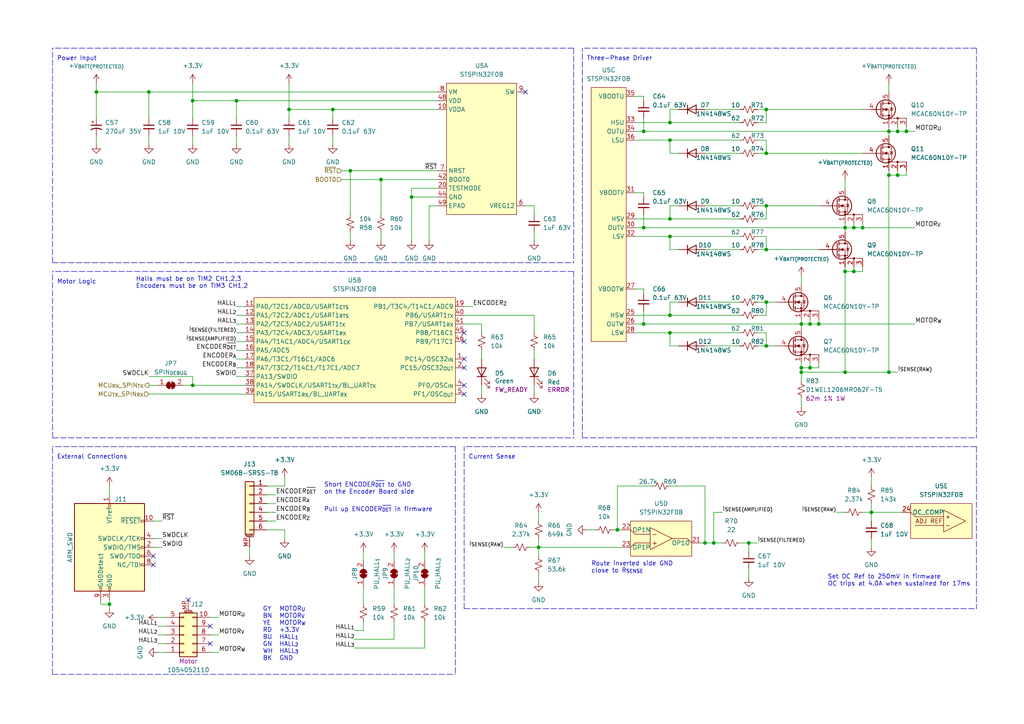
<source format=kicad_sch>
(kicad_sch (version 20230121) (generator eeschema)
  (paper "A4")
  (title_block (title "Control") (date "2023-02-21") (rev "1.0.0") (company "The A-Team (RC SSL)") (comment 1 "W. Stuckey & R. Osawa"))
  (junction (at 237.49 93.98))
  (junction (at 222.25 31.75))
  (junction (at 156.21 158.75))
  (junction (at 194.31 96.52))
  (junction (at 186.69 93.98))
  (junction (at 186.69 38.1))
  (junction (at 222.25 59.69))
  (junction (at 222.25 100.33))
  (junction (at 245.11 66.04))
  (junction (at 232.41 107.95))
  (junction (at 222.25 72.39))
  (junction (at 234.95 106.68))
  (junction (at 110.49 52.07))
  (junction (at 234.95 93.98))
  (junction (at 194.31 68.58))
  (junction (at 257.81 38.1))
  (junction (at 194.31 91.44))
  (junction (at 179.07 153.67))
  (junction (at 247.65 78.74))
  (junction (at 55.88 111.76))
  (junction (at 194.31 35.56))
  (junction (at 247.65 66.04))
  (junction (at 232.41 106.68))
  (junction (at 252.73 148.59))
  (junction (at 43.18 26.67))
  (junction (at 257.81 107.95))
  (junction (at 55.88 29.21))
  (junction (at 101.6 49.53))
  (junction (at 222.25 87.63))
  (junction (at 260.35 50.8))
  (junction (at 204.47 157.48))
  (junction (at 245.11 107.95))
  (junction (at 217.17 157.48))
  (junction (at 257.81 50.8))
  (junction (at 96.52 31.75))
  (junction (at 262.89 38.1))
  (junction (at 119.38 57.15))
  (junction (at 250.19 66.04))
  (junction (at 222.25 44.45))
  (junction (at 245.11 78.74))
  (junction (at 194.31 63.5))
  (junction (at 27.94 26.67))
  (junction (at 207.01 157.48))
  (junction (at 83.82 31.75))
  (junction (at 68.58 29.21))
  (junction (at 186.69 66.04))
  (junction (at 194.31 40.64))
  (junction (at 260.35 38.1))
  (junction (at 232.41 93.98))
  (junction (at 31.75 175.26))
  (no_connect (at 134.62 104.14))
  (no_connect (at 134.62 114.3))
  (no_connect (at 60.96 181.61))
  (no_connect (at 60.96 186.69))
  (no_connect (at 134.62 111.76))
  (no_connect (at 152.4 26.67))
  (no_connect (at 44.45 163.83))
  (no_connect (at 54.61 173.99))
  (no_connect (at 134.62 96.52))
  (no_connect (at 134.62 106.68))
  (no_connect (at 44.45 161.29))
  (no_connect (at 134.62 99.06))
  (polyline (pts (xy 15.24 195.58) (xy 15.24 129.54)) (stroke (width 0) (type dash)))
  (wire (pts (xy 43.18 109.22) (xy 55.88 109.22)))
  (wire (pts (xy 257.81 107.95) (xy 245.11 107.95)))
  (wire (pts (xy 194.31 44.45) (xy 194.31 40.64)))
  (polyline (pts (xy 166.37 13.97) (xy 15.24 13.97)) (stroke (width 0) (type dash)))
  (wire (pts (xy 245.11 52.07) (xy 245.11 54.61)))
  (polyline (pts (xy 15.24 76.2) (xy 15.24 13.97)) (stroke (width 0) (type dash)))
  (wire (pts (xy 156.21 158.75) (xy 156.21 161.29)))
  (wire (pts (xy 222.25 68.58) (xy 222.25 72.39)))
  (wire (pts (xy 219.71 31.75) (xy 222.25 31.75)))
  (wire (pts (xy 77.47 151.13) (xy 80.01 151.13)))
  (wire (pts (xy 245.11 77.47) (xy 245.11 78.74)))
  (wire (pts (xy 186.69 55.88) (xy 186.69 57.15)))
  (wire (pts (xy 217.17 157.48) (xy 217.17 160.02)))
  (wire (pts (xy 71.12 96.52) (xy 68.58 96.52)))
  (wire (pts (xy 222.25 40.64) (xy 222.25 44.45)))
  (wire (pts (xy 55.88 39.37) (xy 55.88 41.91)))
  (wire (pts (xy 194.31 87.63) (xy 194.31 91.44)))
  (wire (pts (xy 204.47 87.63) (xy 214.63 87.63)))
  (wire (pts (xy 234.95 92.71) (xy 234.95 93.98)))
  (wire (pts (xy 170.18 153.67) (xy 172.72 153.67)))
  (wire (pts (xy 219.71 59.69) (xy 222.25 59.69)))
  (wire (pts (xy 194.31 91.44) (xy 214.63 91.44)))
  (wire (pts (xy 194.31 59.69) (xy 194.31 63.5)))
  (polyline (pts (xy 166.37 13.97) (xy 166.37 76.2)) (stroke (width 0) (type dash)))
  (wire (pts (xy 77.47 140.97) (xy 82.55 140.97)))
  (wire (pts (xy 139.7 111.76) (xy 139.7 114.3)))
  (wire (pts (xy 245.11 78.74) (xy 247.65 78.74)))
  (wire (pts (xy 232.41 106.68) (xy 234.95 106.68)))
  (wire (pts (xy 110.49 52.07) (xy 127 52.07)))
  (wire (pts (xy 96.52 31.75) (xy 127 31.75)))
  (wire (pts (xy 68.58 39.37) (xy 68.58 41.91)))
  (wire (pts (xy 262.89 49.53) (xy 262.89 50.8)))
  (wire (pts (xy 114.3 170.18) (xy 114.3 175.26)))
  (polyline (pts (xy 15.24 195.58) (xy 132.08 195.58)) (stroke (width 0) (type dash)))
  (wire (pts (xy 250.19 77.47) (xy 250.19 78.74)))
  (wire (pts (xy 29.21 175.26) (xy 31.75 175.26)))
  (wire (pts (xy 186.69 93.98) (xy 186.69 90.17)))
  (wire (pts (xy 250.19 64.77) (xy 250.19 66.04)))
  (wire (pts (xy 265.43 66.04) (xy 250.19 66.04)))
  (wire (pts (xy 27.94 26.67) (xy 43.18 26.67)))
  (wire (pts (xy 184.15 91.44) (xy 194.31 91.44)))
  (polyline (pts (xy 166.37 78.74) (xy 15.24 78.74)) (stroke (width 0) (type dash)))
  (wire (pts (xy 203.2 157.48) (xy 204.47 157.48)))
  (wire (pts (xy 234.95 93.98) (xy 237.49 93.98)))
  (polyline (pts (xy 283.21 13.97) (xy 283.21 127)) (stroke (width 0) (type dash)))
  (wire (pts (xy 43.18 111.76) (xy 45.72 111.76)))
  (wire (pts (xy 68.58 29.21) (xy 68.58 34.29)))
  (wire (pts (xy 237.49 92.71) (xy 237.49 93.98)))
  (polyline (pts (xy 132.08 129.54) (xy 15.24 129.54)) (stroke (width 0) (type dash)))
  (wire (pts (xy 134.62 91.44) (xy 154.94 91.44)))
  (wire (pts (xy 184.15 63.5) (xy 194.31 63.5)))
  (wire (pts (xy 45.72 181.61) (xy 48.26 181.61)))
  (wire (pts (xy 134.62 88.9) (xy 137.16 88.9)))
  (wire (pts (xy 232.41 115.57) (xy 232.41 118.11)))
  (wire (pts (xy 204.47 100.33) (xy 214.63 100.33)))
  (polyline (pts (xy 168.91 127) (xy 168.91 13.97)) (stroke (width 0) (type dash)))
  (wire (pts (xy 44.45 156.21) (xy 46.99 156.21)))
  (wire (pts (xy 219.71 100.33) (xy 222.25 100.33)))
  (wire (pts (xy 186.69 38.1) (xy 257.81 38.1)))
  (wire (pts (xy 68.58 88.9) (xy 71.12 88.9)))
  (wire (pts (xy 222.25 59.69) (xy 222.25 63.5)))
  (wire (pts (xy 177.8 153.67) (xy 179.07 153.67)))
  (wire (pts (xy 156.21 158.75) (xy 180.34 158.75)))
  (wire (pts (xy 114.3 160.02) (xy 114.3 162.56)))
  (wire (pts (xy 222.25 31.75) (xy 222.25 35.56)))
  (wire (pts (xy 194.31 100.33) (xy 194.31 96.52)))
  (wire (pts (xy 110.49 52.07) (xy 110.49 62.23)))
  (wire (pts (xy 222.25 87.63) (xy 224.79 87.63)))
  (wire (pts (xy 219.71 40.64) (xy 222.25 40.64)))
  (wire (pts (xy 232.41 92.71) (xy 232.41 93.98)))
  (wire (pts (xy 219.71 44.45) (xy 222.25 44.45)))
  (wire (pts (xy 184.15 35.56) (xy 194.31 35.56)))
  (wire (pts (xy 154.94 67.31) (xy 154.94 69.85)))
  (wire (pts (xy 43.18 39.37) (xy 43.18 41.91)))
  (wire (pts (xy 68.58 109.22) (xy 71.12 109.22)))
  (wire (pts (xy 232.41 106.68) (xy 232.41 107.95)))
  (wire (pts (xy 55.88 111.76) (xy 71.12 111.76)))
  (wire (pts (xy 154.94 101.6) (xy 154.94 104.14)))
  (wire (pts (xy 237.49 105.41) (xy 237.49 106.68)))
  (wire (pts (xy 154.94 91.44) (xy 154.94 96.52)))
  (wire (pts (xy 260.35 49.53) (xy 260.35 50.8)))
  (wire (pts (xy 217.17 165.1) (xy 217.17 167.64)))
  (wire (pts (xy 156.21 166.37) (xy 156.21 168.91)))
  (wire (pts (xy 123.19 170.18) (xy 123.19 175.26)))
  (wire (pts (xy 186.69 83.82) (xy 186.69 85.09)))
  (wire (pts (xy 257.81 50.8) (xy 260.35 50.8)))
  (polyline (pts (xy 15.24 127) (xy 166.37 127)) (stroke (width 0) (type dash)))
  (wire (pts (xy 82.55 140.97) (xy 82.55 138.43)))
  (wire (pts (xy 156.21 148.59) (xy 156.21 151.13)))
  (wire (pts (xy 247.65 77.47) (xy 247.65 78.74)))
  (wire (pts (xy 105.41 170.18) (xy 105.41 175.26)))
  (wire (pts (xy 105.41 180.34) (xy 105.41 182.88)))
  (wire (pts (xy 184.15 40.64) (xy 194.31 40.64)))
  (wire (pts (xy 101.6 67.31) (xy 101.6 69.85)))
  (wire (pts (xy 43.18 26.67) (xy 127 26.67)))
  (wire (pts (xy 44.45 158.75) (xy 46.99 158.75)))
  (wire (pts (xy 154.94 111.76) (xy 154.94 114.3)))
  (wire (pts (xy 43.18 26.67) (xy 43.18 34.29)))
  (wire (pts (xy 232.41 93.98) (xy 234.95 93.98)))
  (wire (pts (xy 99.06 49.53) (xy 101.6 49.53)))
  (wire (pts (xy 114.3 180.34) (xy 114.3 185.42)))
  (wire (pts (xy 119.38 54.61) (xy 119.38 57.15)))
  (polyline (pts (xy 283.21 129.54) (xy 283.21 176.53)) (stroke (width 0) (type dash)))
  (wire (pts (xy 222.25 31.75) (xy 250.19 31.75)))
  (wire (pts (xy 154.94 59.69) (xy 154.94 62.23)))
  (wire (pts (xy 179.07 153.67) (xy 179.07 140.97)))
  (wire (pts (xy 257.81 38.1) (xy 257.81 39.37)))
  (wire (pts (xy 71.12 99.06) (xy 68.58 99.06)))
  (wire (pts (xy 179.07 140.97) (xy 189.23 140.97)))
  (wire (pts (xy 27.94 26.67) (xy 27.94 34.29)))
  (wire (pts (xy 184.15 96.52) (xy 194.31 96.52)))
  (wire (pts (xy 99.06 52.07) (xy 110.49 52.07)))
  (wire (pts (xy 83.82 31.75) (xy 96.52 31.75)))
  (wire (pts (xy 257.81 36.83) (xy 257.81 38.1)))
  (wire (pts (xy 77.47 143.51) (xy 80.01 143.51)))
  (wire (pts (xy 184.15 55.88) (xy 186.69 55.88)))
  (wire (pts (xy 110.49 67.31) (xy 110.49 69.85)))
  (wire (pts (xy 262.89 38.1) (xy 265.43 38.1)))
  (wire (pts (xy 232.41 105.41) (xy 232.41 106.68)))
  (wire (pts (xy 184.15 93.98) (xy 186.69 93.98)))
  (wire (pts (xy 186.69 38.1) (xy 186.69 34.29)))
  (wire (pts (xy 60.96 179.07) (xy 63.5 179.07)))
  (wire (pts (xy 55.88 109.22) (xy 55.88 111.76)))
  (wire (pts (xy 196.85 31.75) (xy 194.31 31.75)))
  (wire (pts (xy 119.38 57.15) (xy 119.38 69.85)))
  (wire (pts (xy 247.65 78.74) (xy 250.19 78.74)))
  (wire (pts (xy 204.47 72.39) (xy 214.63 72.39)))
  (wire (pts (xy 222.25 59.69) (xy 237.49 59.69)))
  (wire (pts (xy 204.47 59.69) (xy 214.63 59.69)))
  (wire (pts (xy 196.85 59.69) (xy 194.31 59.69)))
  (wire (pts (xy 222.25 44.45) (xy 250.19 44.45)))
  (wire (pts (xy 45.72 186.69) (xy 48.26 186.69)))
  (wire (pts (xy 219.71 72.39) (xy 222.25 72.39)))
  (wire (pts (xy 186.69 27.94) (xy 186.69 29.21)))
  (wire (pts (xy 68.58 93.98) (xy 71.12 93.98)))
  (wire (pts (xy 232.41 107.95) (xy 232.41 110.49)))
  (wire (pts (xy 48.26 189.23) (xy 45.72 189.23)))
  (wire (pts (xy 232.41 93.98) (xy 232.41 95.25)))
  (wire (pts (xy 68.58 29.21) (xy 127 29.21)))
  (wire (pts (xy 232.41 80.01) (xy 232.41 82.55)))
  (polyline (pts (xy 166.37 78.74) (xy 166.37 127)) (stroke (width 0) (type dash)))
  (wire (pts (xy 194.31 31.75) (xy 194.31 35.56)))
  (wire (pts (xy 245.11 107.95) (xy 245.11 78.74)))
  (wire (pts (xy 102.87 187.96) (xy 123.19 187.96)))
  (polyline (pts (xy 15.24 76.2) (xy 166.37 76.2)) (stroke (width 0) (type dash)))
  (wire (pts (xy 105.41 160.02) (xy 105.41 162.56)))
  (polyline (pts (xy 134.62 176.53) (xy 134.62 129.54)) (stroke (width 0) (type dash)))
  (wire (pts (xy 250.19 148.59) (xy 252.73 148.59)))
  (wire (pts (xy 31.75 175.26) (xy 31.75 176.53)))
  (wire (pts (xy 194.31 63.5) (xy 214.63 63.5)))
  (wire (pts (xy 71.12 106.68) (xy 68.58 106.68)))
  (wire (pts (xy 247.65 64.77) (xy 247.65 66.04)))
  (wire (pts (xy 257.81 24.13) (xy 257.81 26.67)))
  (wire (pts (xy 194.31 72.39) (xy 194.31 68.58)))
  (wire (pts (xy 194.31 140.97) (xy 204.47 140.97)))
  (wire (pts (xy 184.15 38.1) (xy 186.69 38.1)))
  (wire (pts (xy 204.47 157.48) (xy 207.01 157.48)))
  (wire (pts (xy 245.11 66.04) (xy 247.65 66.04)))
  (wire (pts (xy 43.18 114.3) (xy 71.12 114.3)))
  (wire (pts (xy 252.73 138.43) (xy 252.73 140.97)))
  (wire (pts (xy 219.71 68.58) (xy 222.25 68.58)))
  (wire (pts (xy 222.25 96.52) (xy 222.25 100.33)))
  (wire (pts (xy 156.21 156.21) (xy 156.21 158.75)))
  (wire (pts (xy 196.85 87.63) (xy 194.31 87.63)))
  (wire (pts (xy 71.12 101.6) (xy 68.58 101.6)))
  (wire (pts (xy 124.46 59.69) (xy 124.46 69.85)))
  (wire (pts (xy 127 57.15) (xy 119.38 57.15)))
  (wire (pts (xy 72.39 158.75) (xy 72.39 161.29)))
  (wire (pts (xy 207.01 148.59) (xy 207.01 157.48)))
  (wire (pts (xy 101.6 49.53) (xy 101.6 62.23)))
  (wire (pts (xy 146.05 158.75) (xy 148.59 158.75)))
  (wire (pts (xy 207.01 157.48) (xy 209.55 157.48)))
  (wire (pts (xy 83.82 39.37) (xy 83.82 41.91)))
  (wire (pts (xy 234.95 105.41) (xy 234.95 106.68)))
  (wire (pts (xy 194.31 35.56) (xy 214.63 35.56)))
  (wire (pts (xy 46.99 151.13) (xy 44.45 151.13)))
  (wire (pts (xy 123.19 160.02) (xy 123.19 162.56)))
  (wire (pts (xy 31.75 173.99) (xy 31.75 175.26)))
  (wire (pts (xy 134.62 93.98) (xy 139.7 93.98)))
  (wire (pts (xy 123.19 180.34) (xy 123.19 187.96)))
  (wire (pts (xy 260.35 50.8) (xy 262.89 50.8)))
  (wire (pts (xy 262.89 36.83) (xy 262.89 38.1)))
  (wire (pts (xy 153.67 158.75) (xy 156.21 158.75)))
  (wire (pts (xy 194.31 68.58) (xy 214.63 68.58)))
  (wire (pts (xy 234.95 106.68) (xy 237.49 106.68)))
  (wire (pts (xy 60.96 189.23) (xy 63.5 189.23)))
  (wire (pts (xy 245.11 64.77) (xy 245.11 66.04)))
  (wire (pts (xy 55.88 29.21) (xy 68.58 29.21)))
  (wire (pts (xy 27.94 26.67) (xy 27.94 24.13)))
  (wire (pts (xy 219.71 91.44) (xy 222.25 91.44)))
  (wire (pts (xy 102.87 182.88) (xy 105.41 182.88)))
  (wire (pts (xy 77.47 146.05) (xy 80.01 146.05)))
  (wire (pts (xy 232.41 107.95) (xy 245.11 107.95)))
  (wire (pts (xy 45.72 179.07) (xy 48.26 179.07)))
  (wire (pts (xy 186.69 93.98) (xy 232.41 93.98)))
  (wire (pts (xy 219.71 96.52) (xy 222.25 96.52)))
  (wire (pts (xy 82.55 153.67) (xy 82.55 156.21)))
  (wire (pts (xy 48.26 184.15) (xy 45.72 184.15)))
  (wire (pts (xy 194.31 40.64) (xy 214.63 40.64)))
  (wire (pts (xy 55.88 24.13) (xy 55.88 29.21)))
  (wire (pts (xy 222.25 72.39) (xy 237.49 72.39)))
  (wire (pts (xy 257.81 38.1) (xy 260.35 38.1)))
  (wire (pts (xy 184.15 66.04) (xy 186.69 66.04)))
  (wire (pts (xy 101.6 49.53) (xy 127 49.53)))
  (wire (pts (xy 252.73 156.21) (xy 252.73 158.75)))
  (wire (pts (xy 139.7 101.6) (xy 139.7 104.14)))
  (wire (pts (xy 184.15 27.94) (xy 186.69 27.94)))
  (wire (pts (xy 222.25 100.33) (xy 224.79 100.33)))
  (wire (pts (xy 257.81 49.53) (xy 257.81 50.8)))
  (wire (pts (xy 127 54.61) (xy 119.38 54.61)))
  (wire (pts (xy 204.47 31.75) (xy 214.63 31.75)))
  (wire (pts (xy 127 59.69) (xy 124.46 59.69)))
  (wire (pts (xy 257.81 107.95) (xy 260.35 107.95)))
  (wire (pts (xy 219.71 35.56) (xy 222.25 35.56)))
  (polyline (pts (xy 134.62 176.53) (xy 283.21 176.53)) (stroke (width 0) (type dash)))
  (wire (pts (xy 214.63 157.48) (xy 217.17 157.48)))
  (wire (pts (xy 77.47 148.59) (xy 80.01 148.59)))
  (wire (pts (xy 237.49 93.98) (xy 265.43 93.98)))
  (wire (pts (xy 96.52 31.75) (xy 96.52 34.29)))
  (wire (pts (xy 204.47 44.45) (xy 214.63 44.45)))
  (wire (pts (xy 247.65 66.04) (xy 250.19 66.04)))
  (wire (pts (xy 29.21 173.99) (xy 29.21 175.26)))
  (wire (pts (xy 184.15 83.82) (xy 186.69 83.82)))
  (wire (pts (xy 217.17 157.48) (xy 219.71 157.48)))
  (wire (pts (xy 209.55 148.59) (xy 207.01 148.59)))
  (wire (pts (xy 83.82 24.13) (xy 83.82 31.75)))
  (wire (pts (xy 83.82 31.75) (xy 83.82 34.29)))
  (wire (pts (xy 68.58 91.44) (xy 71.12 91.44)))
  (polyline (pts (xy 283.21 13.97) (xy 168.91 13.97)) (stroke (width 0) (type dash)))
  (polyline (pts (xy 168.91 127) (xy 283.21 127)) (stroke (width 0) (type dash)))
  (polyline (pts (xy 132.08 129.54) (xy 132.08 195.58)) (stroke (width 0) (type dash)))
  (wire (pts (xy 242.57 148.59) (xy 245.11 148.59)))
  (wire (pts (xy 96.52 39.37) (xy 96.52 41.91)))
  (wire (pts (xy 219.71 87.63) (xy 222.25 87.63)))
  (wire (pts (xy 260.35 38.1) (xy 262.89 38.1)))
  (wire (pts (xy 71.12 104.14) (xy 68.58 104.14)))
  (wire (pts (xy 196.85 72.39) (xy 194.31 72.39)))
  (polyline (pts (xy 15.24 127) (xy 15.24 78.74)) (stroke (width 0) (type dash)))
  (wire (pts (xy 184.15 68.58) (xy 194.31 68.58)))
  (wire (pts (xy 27.94 39.37) (xy 27.94 41.91)))
  (wire (pts (xy 252.73 148.59) (xy 261.62 148.59)))
  (wire (pts (xy 257.81 50.8) (xy 257.81 107.95)))
  (wire (pts (xy 196.85 44.45) (xy 194.31 44.45)))
  (wire (pts (xy 252.73 148.59) (xy 252.73 151.13)))
  (wire (pts (xy 186.69 66.04) (xy 186.69 62.23)))
  (wire (pts (xy 55.88 29.21) (xy 55.88 34.29)))
  (wire (pts (xy 77.47 153.67) (xy 82.55 153.67)))
  (wire (pts (xy 245.11 66.04) (xy 245.11 67.31)))
  (wire (pts (xy 53.34 111.76) (xy 55.88 111.76)))
  (wire (pts (xy 260.35 36.83) (xy 260.35 38.1)))
  (wire (pts (xy 186.69 66.04) (xy 245.11 66.04)))
  (wire (pts (xy 139.7 93.98) (xy 139.7 96.52)))
  (wire (pts (xy 63.5 184.15) (xy 60.96 184.15)))
  (wire (pts (xy 31.75 140.97) (xy 31.75 143.51)))
  (wire (pts (xy 152.4 59.69) (xy 154.94 59.69)))
  (wire (pts (xy 179.07 153.67) (xy 180.34 153.67)))
  (wire (pts (xy 252.73 146.05) (xy 252.73 148.59)))
  (wire (pts (xy 222.25 87.63) (xy 222.25 91.44)))
  (wire (pts (xy 196.85 100.33) (xy 194.31 100.33)))
  (wire (pts (xy 194.31 96.52) (xy 214.63 96.52)))
  (polyline (pts (xy 283.21 129.54) (xy 134.62 129.54)) (stroke (width 0) (type dash)))
  (wire (pts (xy 219.71 63.5) (xy 222.25 63.5)))
  (wire (pts (xy 102.87 185.42) (xy 114.3 185.42)))
  (wire (pts (xy 204.47 157.48) (xy 204.47 140.97)))
  (text "Short ENCODER_{~{DET}} to GND\non the Encoder Board side" (at 93.98 143.51 0) (effects (font (size 1.27 1.27)) (justify left bottom)))
  (text "Pull up ENCODER_{~{DET}} in firmware" (at 93.98 148.59 0) (effects (font (size 1.27 1.27)) (justify left bottom)))
  (text "GY	MOTOR_{U}\nBN	MOTOR_{V}\nYE	MOTOR_{W}\nRD	+3.3V\nBU	HALL_{1}\nGN	HALL_{2}\nWH	HALL_{3}\nBK	GND" (at 76.2 191.77 0) (effects (font (size 1.27 1.27)) (justify left bottom)))
  (text "Halls must be on TIM2 CH1,2,3\nEncoders must be on TIM3 CH1,2" (at 39.37 83.82 0) (effects (font (size 1.27 1.27)) (justify left bottom)))
  (text "Current Sense" (at 135.89 133.35 0) (effects (font (size 1.27 1.27)) (justify left bottom)))
  (text "Set OC Ref to 250mV in firmware\nOC trips at 4.0A when sustained for 17ms" (at 240.03 170.18 0) (effects (font (size 1.27 1.27)) (justify left bottom)))
  (text "External Connections" (at 16.51 133.35 0) (effects (font (size 1.27 1.27)) (justify left bottom)))
  (text "Route inverted side GND\nclose to R_{SENSE}" (at 171.45 166.37 0) (effects (font (size 1.27 1.27)) (justify left bottom)))
  (text "Motor Logic" (at 16.51 82.55 0) (effects (font (size 1.27 1.27)) (justify left bottom)))
  (text "Power Input" (at 16.51 17.78 0) (effects (font (size 1.27 1.27)) (justify left bottom)))
  (text "Three-Phase Driver" (at 170.18 17.78 0) (effects (font (size 1.27 1.27)) (justify left bottom)))
  (label "MOTOR_{V}" (at 265.43 66.04 0))
  (label "~{RST}" (at 123.19 49.53 0))
  (label "HALL_{2}" (at 102.87 185.42 180))
  (label "HALL_{3}" (at 68.58 93.98 180))
  (label "SWDIO" (at 46.99 158.75 0))
  (label "ENCODER_{~{DET}}" (at 80.01 143.51 0))
  (label "ENCODER_{Z}" (at 80.01 151.13 0))
  (label "I_{SENSE(AMPLIFIED)}" (at 209.55 148.59 0))
  (label "SWDIO" (at 68.58 109.22 180))
  (label "MOTOR_{U}" (at 63.5 179.07 0))
  (label "ENCODER_{A}" (at 68.58 104.14 180))
  (label "MOTOR_{U}" (at 265.43 38.1 0))
  (label "ENCODER_{A}" (at 80.01 146.05 0))
  (label "I_{SENSE(FILTERED)}" (at 219.71 157.48 0))
  (label "I_{SENSE(FILTERED)}" (at 68.58 96.52 180))
  (label "~{RST}" (at 46.99 151.13 0))
  (label "SWDCLK" (at 43.18 109.22 180))
  (label "MOTOR_{W}" (at 265.43 93.98 0))
  (label "I_{SENSE(RAW)}" (at 146.05 158.75 180))
  (label "ENCODER_{Z}" (at 137.16 88.9 0))
  (label "MOTOR_{V}" (at 63.5 184.15 0))
  (label "I_{SENSE(RAW)}" (at 242.57 148.59 180))
  (label "ENCODER_{B}" (at 80.01 148.59 0))
  (label "HALL_{1}" (at 102.87 182.88 180))
  (label "HALL_{1}" (at 45.72 181.61 180))
  (label "HALL_{3}" (at 102.87 187.96 180))
  (label "MOTOR_{W}" (at 63.5 189.23 0))
  (label "HALL_{2}" (at 45.72 184.15 180))
  (label "I_{SENSE(AMPLIFIED)}" (at 68.58 99.06 180))
  (label "HALL_{2}" (at 68.58 91.44 180))
  (label "ENCODER_{B}" (at 68.58 106.68 180))
  (label "SWDCLK" (at 46.99 156.21 0))
  (label "HALL_{3}" (at 45.72 186.69 180))
  (label "HALL_{1}" (at 68.58 88.9 180))
  (label "I_{SENSE(RAW)}" (at 260.35 107.95 0))
  (label "ENCODER_{~{DET}}" (at 68.58 101.6 180))
  (hierarchical_label "~{RST}" (shape input) (at 99.06 49.53 180))
  (hierarchical_label "MCU_{RX}_SPIN_{TX}" (shape output) (at 43.18 111.76 180))
  (hierarchical_label "BOOT0" (shape input) (at 99.06 52.07 180))
  (hierarchical_label "MCU_{TX}_SPIN_{RX}" (shape input) (at 43.18 114.3 180))
  (symbol (lib_id "power:GND") (at 124.46 69.85 0) (unit 1)
    (property "Reference" "#PWR0141" (effects hide))
    (property "Value" "GND" (at 124.46 74.93 0))
    (instances (project "control" (path "" (reference "#PWR0141") (unit 1)) (path "" (reference "#PWR0177") (unit 1)) (path "" (reference "#PWR0213") (unit 1)) (path "" (reference "#PWR0249") (unit 1)) (path "" (reference "#PWR0285") (unit 1))))
  )
  (symbol (lib_id "Device:C_Polarized_Small_US") (at 27.94 36.83 0) (unit 1)
    (property "Reference" "C57" (at 30.48 35.5599 0) (effects (justify left)))
    (property "Value" "270uF 35V" (at 30.48 38.0999 0) (effects (justify left)))
    (property "Footprint" "Capacitor_THT:CP_Radial_D10.0mm_P5.00mm" (effects hide))
    (instances (project "control" (path "" (reference "C57") (unit 1)) (path "" (reference "C69") (unit 1)) (path "" (reference "C81") (unit 1)) (path "" (reference "C93") (unit 1)) (path "" (reference "C105") (unit 1))))
  )
  (symbol (lib_id "power:GND") (at 156.21 168.91 0) (unit 1)
    (property "Reference" "#PWR0146" (effects hide))
    (property "Value" "GND" (at 156.21 173.99 0))
    (instances (project "control" (path "" (reference "#PWR0146") (unit 1)) (path "" (reference "#PWR0182") (unit 1)) (path "" (reference "#PWR0218") (unit 1)) (path "" (reference "#PWR0254") (unit 1)) (path "" (reference "#PWR0290") (unit 1))))
  )
  (symbol (lib_id "power:GND") (at 96.52 41.91 0) (unit 1)
    (property "Reference" "#PWR0134" (effects hide))
    (property "Value" "GND" (at 96.52 46.99 0))
    (instances (project "control" (path "" (reference "#PWR0134") (unit 1)) (path "" (reference "#PWR0170") (unit 1)) (path "" (reference "#PWR0206") (unit 1)) (path "" (reference "#PWR0242") (unit 1)) (path "" (reference "#PWR0278") (unit 1))))
  )
  (symbol (lib_id "AT-Transistors:Q_NMOS_SGD_PowerPAK") (at 229.87 100.33 0) (unit 1)
    (property "Reference" "Q7" (at 238.76 99.0599 0) (effects (justify left)))
    (property "Value" "MCAC60N10Y-TP" (at 238.76 101.5999 0) (effects (justify left)))
    (property "Footprint" "AT-Discrete:DFN5060" (effects hide))
    (instances (project "control" (path "" (reference "Q7") (unit 1)) (path "" (reference "Q13") (unit 1)) (path "" (reference "Q19") (unit 1)) (path "" (reference "Q25") (unit 1)) (path "" (reference "Q31") (unit 1))))
  )
  (symbol (lib_id "Device:R_Small_US") (at 217.17 72.39 90) (unit 1)
    (property "Reference" "R78" (at 219.71 71.12 90))
    (property "Value" "10" (at 213.36 71.12 90))
    (property "Footprint" "Resistor_SMD:R_0402_1005Metric" (effects hide))
    (instances (project "control" (path "" (reference "R78") (unit 1)) (path "" (reference "R106") (unit 1)) (path "" (reference "R134") (unit 1)) (path "" (reference "R162") (unit 1)) (path "" (reference "R190") (unit 1))))
  )
  (symbol (lib_id "AT-Supplies:+V_{BATT(PROTECTED)}") (at 245.11 52.07 0) (unit 1) (in_bom no) (on_board no)
    (property "Reference" "#PWR0151" (effects hide))
    (property "Value" "+V_{BATT(PROTECTED)}" (at 245.112 46.99 0))
    (instances (project "control" (path "" (reference "#PWR0151") (unit 1)) (path "" (reference "#PWR0187") (unit 1)) (path "" (reference "#PWR0223") (unit 1)) (path "" (reference "#PWR0259") (unit 1)) (path "" (reference "#PWR0295") (unit 1))))
  )
  (symbol (lib_id "Device:C_Small") (at 96.52 36.83 0) (unit 1)
    (property "Reference" "C62" (at 99.06 35.5662 0) (effects (justify left)))
    (property "Value" "0.1uF 63V" (at 99.06 38.1062 0) (effects (justify left)))
    (property "Footprint" "Capacitor_SMD:C_0402_1005Metric" (effects hide))
    (instances (project "control" (path "" (reference "C62") (unit 1)) (path "" (reference "C74") (unit 1)) (path "" (reference "C86") (unit 1)) (path "" (reference "C98") (unit 1)) (path "" (reference "C110") (unit 1))))
  )
  (symbol (lib_id "power:GND") (at 217.17 167.64 0) (unit 1)
    (property "Reference" "#PWR0148" (effects hide))
    (property "Value" "GND" (at 217.17 172.72 0))
    (instances (project "control" (path "" (reference "#PWR0148") (unit 1)) (path "" (reference "#PWR0184") (unit 1)) (path "" (reference "#PWR0220") (unit 1)) (path "" (reference "#PWR0256") (unit 1)) (path "" (reference "#PWR0292") (unit 1))))
  )
  (symbol (lib_id "power:+3.3V") (at 83.82 24.13 0) (unit 1)
    (property "Reference" "#PWR0132" (effects hide))
    (property "Value" "+3.3V" (at 83.82 19.05 0))
    (instances (project "control" (path "" (reference "#PWR0132") (unit 1)) (path "" (reference "#PWR0168") (unit 1)) (path "" (reference "#PWR0204") (unit 1)) (path "" (reference "#PWR0240") (unit 1)) (path "" (reference "#PWR0276") (unit 1))))
  )
  (symbol (lib_id "Device:R_Small_US") (at 217.17 100.33 90) (unit 1)
    (property "Reference" "R82" (at 219.71 99.06 90))
    (property "Value" "10" (at 213.36 99.06 90))
    (property "Footprint" "Resistor_SMD:R_0402_1005Metric" (effects hide))
    (instances (project "control" (path "" (reference "R82") (unit 1)) (path "" (reference "R110") (unit 1)) (path "" (reference "R138") (unit 1)) (path "" (reference "R166") (unit 1)) (path "" (reference "R194") (unit 1))))
  )
  (symbol (lib_id "Device:D") (at 200.66 59.69 0) (unit 1)
    (property "Reference" "D9" (at 204.47 58.42 0))
    (property "Value" "1N4148WS" (at 207.01 60.96 0))
    (property "Footprint" "Diode_SMD:D_SOD-323F" (effects hide))
    (property "Sim.Device" "D" (effects hide))
    (property "Sim.Pins" "1=K 2=A" (effects hide))
    (instances (project "control" (path "" (reference "D9") (unit 1)) (path "" (reference "D17") (unit 1)) (path "" (reference "D25") (unit 1)) (path "" (reference "D33") (unit 1)) (path "" (reference "D41") (unit 1))))
  )
  (symbol (lib_id "Device:R_Small_US") (at 217.17 40.64 90) (unit 1)
    (property "Reference" "R73" (at 219.71 39.37 90))
    (property "Value" "62" (at 213.36 39.37 90))
    (property "Footprint" "Resistor_SMD:R_0402_1005Metric" (effects hide))
    (instances (project "control" (path "" (reference "R73") (unit 1)) (path "" (reference "R101") (unit 1)) (path "" (reference "R129") (unit 1)) (path "" (reference "R157") (unit 1)) (path "" (reference "R185") (unit 1))))
  )
  (symbol (lib_id "Device:C_Small") (at 154.94 64.77 0) (unit 1)
    (property "Reference" "C63" (at 157.48 63.4999 0) (effects (justify left)))
    (property "Value" "1uF 63V" (at 157.48 66.0399 0) (effects (justify left)))
    (property "Footprint" "Capacitor_SMD:C_1206_3216Metric" (effects hide))
    (instances (project "control" (path "" (reference "C63") (unit 1)) (path "" (reference "C75") (unit 1)) (path "" (reference "C87") (unit 1)) (path "" (reference "C99") (unit 1)) (path "" (reference "C111") (unit 1))))
  )
  (symbol (lib_id "Device:R_Small_US") (at 101.6 64.77 0) (mirror x) (unit 1)
    (property "Reference" "R58" (at 104.14 66.0401 0) (effects (justify left)))
    (property "Value" "10k" (at 104.14 63.5001 0) (effects (justify left)))
    (property "Footprint" "Resistor_SMD:R_0402_1005Metric" (effects hide))
    (instances (project "control" (path "" (reference "R58") (unit 1)) (path "" (reference "R86") (unit 1)) (path "" (reference "R114") (unit 1)) (path "" (reference "R142") (unit 1)) (path "" (reference "R170") (unit 1))))
  )
  (symbol (lib_id "Device:D") (at 200.66 72.39 0) (unit 1)
    (property "Reference" "D10" (at 204.47 71.12 0))
    (property "Value" "1N4148WS" (at 207.01 73.66 0))
    (property "Footprint" "Diode_SMD:D_SOD-323F" (effects hide))
    (property "Sim.Device" "D" (effects hide))
    (property "Sim.Pins" "1=K 2=A" (effects hide))
    (instances (project "control" (path "" (reference "D10") (unit 1)) (path "" (reference "D18") (unit 1)) (path "" (reference "D26") (unit 1)) (path "" (reference "D34") (unit 1)) (path "" (reference "D42") (unit 1))))
  )
  (symbol (lib_id "power:GND") (at 139.7 114.3 0) (unit 1)
    (property "Reference" "#PWR0142" (effects hide))
    (property "Value" "GND" (at 139.7 119.38 0))
    (instances (project "control" (path "" (reference "#PWR0142") (unit 1)) (path "" (reference "#PWR0178") (unit 1)) (path "" (reference "#PWR0214") (unit 1)) (path "" (reference "#PWR0250") (unit 1)) (path "" (reference "#PWR0286") (unit 1))))
  )
  (symbol (lib_id "AT-PowerIC:STSPIN32F0B") (at 139.7 43.18 0) (unit 1)
    (property "Reference" "U5" (at 139.7 19.05 0))
    (property "Value" "STSPIN32F0B" (at 139.7 21.59 0))
    (property "Footprint" "AT-IC:QFN-48-1EP_7x7mm_P0.5mm_EP2.8x2.8mm_Extended" (effects hide))
    (property "Datasheet" "https://www.st.com/resource/en/datasheet/stspin32f0b.pdf" (effects hide))
    (instances (project "control" (path "" (reference "U5") (unit 1)) (path "" (reference "U6") (unit 1)) (path "" (reference "U7") (unit 1)) (path "" (reference "U8") (unit 1)) (path "" (reference "U9") (unit 1))))
  )
  (symbol (lib_id "Device:LED") (at 154.94 107.95 90) (unit 1)
    (property "Reference" "D6" (at 158.75 108.2674 90) (effects (justify right)))
    (property "Value" "Red" (at 158.75 110.8074 90) (effects (justify right)))
    (property "Footprint" "AT-LED:LED0603" (effects hide))
    (property "Value2" "ERROR" (at 158.75 113.03 90) (effects (justify right)))
    (instances (project "control" (path "" (reference "D6") (unit 1)) (path "" (reference "D14") (unit 1)) (path "" (reference "D22") (unit 1)) (path "" (reference "D30") (unit 1)) (path "" (reference "D38") (unit 1))))
  )
  (symbol (lib_id "power:+3.3V") (at 123.19 160.02 0) (unit 1)
    (property "Reference" "#PWR0140" (effects hide))
    (property "Value" "+3.3V" (at 123.19 154.94 0))
    (instances (project "control" (path "" (reference "#PWR0140") (unit 1)) (path "" (reference "#PWR0176") (unit 1)) (path "" (reference "#PWR0212") (unit 1)) (path "" (reference "#PWR0248") (unit 1)) (path "" (reference "#PWR0284") (unit 1))))
  )
  (symbol (lib_id "Device:D") (at 200.66 87.63 0) (unit 1)
    (property "Reference" "D11" (at 204.47 86.36 0))
    (property "Value" "1N4148WS" (at 207.01 88.9 0))
    (property "Footprint" "Diode_SMD:D_SOD-323F" (effects hide))
    (property "Sim.Device" "D" (effects hide))
    (property "Sim.Pins" "1=K 2=A" (effects hide))
    (instances (project "control" (path "" (reference "D11") (unit 1)) (path "" (reference "D19") (unit 1)) (path "" (reference "D27") (unit 1)) (path "" (reference "D35") (unit 1)) (path "" (reference "D43") (unit 1))))
  )
  (symbol (lib_id "AT-PowerIC:STSPIN32F0B") (at 176.53 62.23 0) (unit 3)
    (property "Reference" "U5" (at 176.53 20.32 0))
    (property "Value" "STSPIN32F0B" (at 176.53 22.86 0))
    (property "Footprint" "AT-IC:QFN-48-1EP_7x7mm_P0.5mm_EP2.8x2.8mm_Extended" (effects hide))
    (property "Datasheet" "https://www.st.com/resource/en/datasheet/stspin32f0b.pdf" (effects hide))
    (instances (project "control" (path "" (reference "U5") (unit 3)) (path "" (reference "U6") (unit 3)) (path "" (reference "U7") (unit 3)) (path "" (reference "U8") (unit 3)) (path "" (reference "U9") (unit 3))))
  )
  (symbol (lib_id "Device:R_Small_US") (at 114.3 177.8 0) (unit 1)
    (property "Reference" "R61" (at 116.84 176.5299 0) (effects (justify left)))
    (property "Value" "10k" (at 116.84 179.0699 0) (effects (justify left)))
    (property "Footprint" "Resistor_SMD:R_0402_1005Metric" (effects hide))
    (instances (project "control" (path "" (reference "R61") (unit 1)) (path "" (reference "R89") (unit 1)) (path "" (reference "R117") (unit 1)) (path "" (reference "R145") (unit 1)) (path "" (reference "R173") (unit 1))))
  )
  (symbol (lib_id "power:GND") (at 83.82 41.91 0) (unit 1)
    (property "Reference" "#PWR0133" (effects hide))
    (property "Value" "GND" (at 83.82 46.99 0))
    (instances (project "control" (path "" (reference "#PWR0133") (unit 1)) (path "" (reference "#PWR0169") (unit 1)) (path "" (reference "#PWR0205") (unit 1)) (path "" (reference "#PWR0241") (unit 1)) (path "" (reference "#PWR0277") (unit 1))))
  )
  (symbol (lib_id "Jumper:SolderJumper_2_Bridged") (at 123.19 166.37 90) (unit 1) (in_bom no)
    (property "Reference" "JP10" (at 120.65 166.37 0))
    (property "Value" "PU_HALL_{3}" (at 127 166.37 0))
    (property "Footprint" "AT-BoardFeatures:SolderJumper-2_2.0x1.2mm_Closed" (effects hide))
    (instances (project "control" (path "" (reference "JP10") (unit 1)) (path "" (reference "JP14") (unit 1)) (path "" (reference "JP18") (unit 1)) (path "" (reference "JP22") (unit 1)) (path "" (reference "JP26") (unit 1))))
  )
  (symbol (lib_id "AT-Supplies:+V_{BATT(PROTECTED)}") (at 232.41 80.01 0) (unit 1) (in_bom no) (on_board no)
    (property "Reference" "#PWR0149" (effects hide))
    (property "Value" "+V_{BATT(PROTECTED)}" (at 232.412 74.93 0))
    (instances (project "control" (path "" (reference "#PWR0149") (unit 1)) (path "" (reference "#PWR0185") (unit 1)) (path "" (reference "#PWR0221") (unit 1)) (path "" (reference "#PWR0257") (unit 1)) (path "" (reference "#PWR0293") (unit 1))))
  )
  (symbol (lib_id "power:GND") (at 72.39 161.29 0) (mirror y) (unit 1)
    (property "Reference" "#PWR0129" (effects hide))
    (property "Value" "GND" (at 72.39 166.37 0))
    (instances (project "control" (path "" (reference "#PWR0129") (unit 1)) (path "" (reference "#PWR0165") (unit 1)) (path "" (reference "#PWR0201") (unit 1)) (path "" (reference "#PWR0237") (unit 1)) (path "" (reference "#PWR0273") (unit 1))))
  )
  (symbol (lib_id "Device:C_Small") (at 55.88 36.83 0) (unit 1)
    (property "Reference" "C59" (at 58.42 35.5599 0) (effects (justify left)))
    (property "Value" "1uF 10V" (at 58.42 38.0999 0) (effects (justify left)))
    (property "Footprint" "Capacitor_SMD:C_0402_1005Metric" (effects hide))
    (instances (project "control" (path "" (reference "C59") (unit 1)) (path "" (reference "C71") (unit 1)) (path "" (reference "C83") (unit 1)) (path "" (reference "C95") (unit 1)) (path "" (reference "C107") (unit 1))))
  )
  (symbol (lib_id "Device:R_Small_US") (at 217.17 63.5 90) (unit 1)
    (property "Reference" "R76" (at 219.71 62.23 90))
    (property "Value" "62" (at 213.36 62.23 90))
    (property "Footprint" "Resistor_SMD:R_0402_1005Metric" (effects hide))
    (instances (project "control" (path "" (reference "R76") (unit 1)) (path "" (reference "R104") (unit 1)) (path "" (reference "R132") (unit 1)) (path "" (reference "R160") (unit 1)) (path "" (reference "R188") (unit 1))))
  )
  (symbol (lib_id "power:+3.3V") (at 105.41 160.02 0) (unit 1)
    (property "Reference" "#PWR0136" (effects hide))
    (property "Value" "+3.3V" (at 105.41 154.94 0))
    (instances (project "control" (path "" (reference "#PWR0136") (unit 1)) (path "" (reference "#PWR0172") (unit 1)) (path "" (reference "#PWR0208") (unit 1)) (path "" (reference "#PWR0244") (unit 1)) (path "" (reference "#PWR0280") (unit 1))))
  )
  (symbol (lib_id "Device:C_Small") (at 186.69 59.69 0) (unit 1)
    (property "Reference" "C65" (at 189.23 55.88 0) (effects (justify left)))
    (property "Value" "0.1uF 63V" (at 189.23 58.42 0) (effects (justify left)))
    (property "Footprint" "Capacitor_SMD:C_0402_1005Metric" (effects hide))
    (instances (project "control" (path "" (reference "C65") (unit 1)) (path "" (reference "C77") (unit 1)) (path "" (reference "C89") (unit 1)) (path "" (reference "C101") (unit 1)) (path "" (reference "C113") (unit 1))))
  )
  (symbol (lib_id "Jumper:SolderJumper_2_Bridged") (at 105.41 166.37 90) (unit 1) (in_bom no)
    (property "Reference" "JP8" (at 102.87 166.37 0))
    (property "Value" "PU_HALL_{1}" (at 109.22 166.37 0))
    (property "Footprint" "AT-BoardFeatures:SolderJumper-2_2.0x1.2mm_Closed" (effects hide))
    (instances (project "control" (path "" (reference "JP8") (unit 1)) (path "" (reference "JP12") (unit 1)) (path "" (reference "JP16") (unit 1)) (path "" (reference "JP20") (unit 1)) (path "" (reference "JP24") (unit 1))))
  )
  (symbol (lib_id "Device:R_Small_US") (at 247.65 148.59 90) (unit 1)
    (property "Reference" "R84" (at 247.65 142.24 90))
    (property "Value" "2.37k" (at 247.65 144.78 90))
    (property "Footprint" "Resistor_SMD:R_0402_1005Metric" (effects hide))
    (instances (project "control" (path "" (reference "R84") (unit 1)) (path "" (reference "R112") (unit 1)) (path "" (reference "R140") (unit 1)) (path "" (reference "R168") (unit 1)) (path "" (reference "R196") (unit 1))))
  )
  (symbol (lib_id "Connector_Generic_MountingPin:Conn_01x06_MountingPin") (at 72.39 146.05 0) (mirror y) (unit 1)
    (property "Reference" "J13" (at 72.39 134.62 0))
    (property "Value" "SM06B-SRSS-TB" (at 72.39 137.16 0))
    (property "Footprint" "Connector_JST:JST_SH_SM06B-SRSS-TB_1x06-1MP_P1.00mm_Horizontal" (effects hide))
    (instances (project "control" (path "" (reference "J13") (unit 1)) (path "" (reference "J16") (unit 1)) (path "" (reference "J19") (unit 1)) (path "" (reference "J22") (unit 1)) (path "" (reference "J25") (unit 1))))
  )
  (symbol (lib_id "Device:C_Small") (at 186.69 87.63 0) (unit 1)
    (property "Reference" "C66" (at 189.23 83.82 0) (effects (justify left)))
    (property "Value" "0.1uF 63V" (at 189.23 86.36 0) (effects (justify left)))
    (property "Footprint" "Capacitor_SMD:C_0402_1005Metric" (effects hide))
    (instances (project "control" (path "" (reference "C66") (unit 1)) (path "" (reference "C78") (unit 1)) (path "" (reference "C90") (unit 1)) (path "" (reference "C102") (unit 1)) (path "" (reference "C114") (unit 1))))
  )
  (symbol (lib_id "Device:R_Small_US") (at 217.17 31.75 90) (unit 1)
    (property "Reference" "R71" (at 219.71 30.48 90))
    (property "Value" "10" (at 213.36 30.48 90))
    (property "Footprint" "Resistor_SMD:R_0402_1005Metric" (effects hide))
    (instances (project "control" (path "" (reference "R71") (unit 1)) (path "" (reference "R99") (unit 1)) (path "" (reference "R127") (unit 1)) (path "" (reference "R155") (unit 1)) (path "" (reference "R183") (unit 1))))
  )
  (symbol (lib_id "power:+3.3V") (at 252.73 138.43 0) (unit 1)
    (property "Reference" "#PWR0152" (effects hide))
    (property "Value" "+3.3V" (at 252.73 133.35 0))
    (instances (project "control" (path "" (reference "#PWR0152") (unit 1)) (path "" (reference "#PWR0188") (unit 1)) (path "" (reference "#PWR0224") (unit 1)) (path "" (reference "#PWR0260") (unit 1)) (path "" (reference "#PWR0296") (unit 1))))
  )
  (symbol (lib_id "power:+3.3V") (at 114.3 160.02 0) (unit 1)
    (property "Reference" "#PWR0138" (effects hide))
    (property "Value" "+3.3V" (at 114.3 154.94 0))
    (instances (project "control" (path "" (reference "#PWR0138") (unit 1)) (path "" (reference "#PWR0174") (unit 1)) (path "" (reference "#PWR0210") (unit 1)) (path "" (reference "#PWR0246") (unit 1)) (path "" (reference "#PWR0282") (unit 1))))
  )
  (symbol (lib_id "Device:D") (at 200.66 44.45 0) (unit 1)
    (property "Reference" "D8" (at 204.47 43.18 0))
    (property "Value" "1N4148WS" (at 207.01 45.72 0))
    (property "Footprint" "Diode_SMD:D_SOD-323F" (effects hide))
    (property "Sim.Device" "D" (effects hide))
    (property "Sim.Pins" "1=K 2=A" (effects hide))
    (instances (project "control" (path "" (reference "D8") (unit 1)) (path "" (reference "D16") (unit 1)) (path "" (reference "D24") (unit 1)) (path "" (reference "D32") (unit 1)) (path "" (reference "D40") (unit 1))))
  )
  (symbol (lib_id "Device:R_Small_US") (at 110.49 64.77 0) (unit 1)
    (property "Reference" "R60" (at 113.03 63.4999 0) (effects (justify left)))
    (property "Value" "10k" (at 113.03 66.0399 0) (effects (justify left)))
    (property "Footprint" "Resistor_SMD:R_0402_1005Metric" (effects hide))
    (instances (project "control" (path "" (reference "R60") (unit 1)) (path "" (reference "R88") (unit 1)) (path "" (reference "R116") (unit 1)) (path "" (reference "R144") (unit 1)) (path "" (reference "R172") (unit 1))))
  )
  (symbol (lib_id "AT-Supplies:+V_{BATT(PROTECTED)}") (at 27.94 24.13 0) (unit 1) (in_bom no) (on_board no)
    (property "Reference" "#PWR0119" (effects hide))
    (property "Value" "+V_{BATT(PROTECTED)}" (at 27.942 19.05 0))
    (instances (project "control" (path "" (reference "#PWR0119") (unit 1)) (path "" (reference "#PWR0155") (unit 1)) (path "" (reference "#PWR0191") (unit 1)) (path "" (reference "#PWR0227") (unit 1)) (path "" (reference "#PWR0263") (unit 1))))
  )
  (symbol (lib_id "Device:R_Small_US") (at 217.17 87.63 90) (unit 1)
    (property "Reference" "R79" (at 219.71 86.36 90))
    (property "Value" "10" (at 213.36 86.36 90))
    (property "Footprint" "Resistor_SMD:R_0402_1005Metric" (effects hide))
    (instances (project "control" (path "" (reference "R79") (unit 1)) (path "" (reference "R107") (unit 1)) (path "" (reference "R135") (unit 1)) (path "" (reference "R163") (unit 1)) (path "" (reference "R191") (unit 1))))
  )
  (symbol (lib_id "Device:R_Small_US") (at 156.21 153.67 0) (unit 1)
    (property "Reference" "R66" (at 158.75 152.3999 0) (effects (justify left)))
    (property "Value" "649k" (at 158.75 154.9399 0) (effects (justify left)))
    (property "Footprint" "Resistor_SMD:R_0402_1005Metric" (effects hide))
    (instances (project "control" (path "" (reference "R66") (unit 1)) (path "" (reference "R94") (unit 1)) (path "" (reference "R122") (unit 1)) (path "" (reference "R150") (unit 1)) (path "" (reference "R178") (unit 1))))
  )
  (symbol (lib_id "power:+3.3V") (at 82.55 138.43 0) (mirror y) (unit 1)
    (property "Reference" "#PWR0130" (effects hide))
    (property "Value" "+3.3V" (at 82.55 133.35 0))
    (instances (project "control" (path "" (reference "#PWR0130") (unit 1)) (path "" (reference "#PWR0166") (unit 1)) (path "" (reference "#PWR0202") (unit 1)) (path "" (reference "#PWR0238") (unit 1)) (path "" (reference "#PWR0274") (unit 1))))
  )
  (symbol (lib_id "power:GND") (at 43.18 41.91 0) (unit 1)
    (property "Reference" "#PWR0123" (effects hide))
    (property "Value" "GND" (at 43.18 46.99 0))
    (instances (project "control" (path "" (reference "#PWR0123") (unit 1)) (path "" (reference "#PWR0159") (unit 1)) (path "" (reference "#PWR0195") (unit 1)) (path "" (reference "#PWR0231") (unit 1)) (path "" (reference "#PWR0267") (unit 1))))
  )
  (symbol (lib_id "Device:C_Small") (at 252.73 153.67 0) (unit 1)
    (property "Reference" "C68" (at 255.27 152.4062 0) (effects (justify left)))
    (property "Value" "1uF 10V" (at 255.27 154.9462 0) (effects (justify left)))
    (property "Footprint" "Capacitor_SMD:C_0402_1005Metric" (effects hide))
    (instances (project "control" (path "" (reference "C68") (unit 1)) (path "" (reference "C80") (unit 1)) (path "" (reference "C92") (unit 1)) (path "" (reference "C104") (unit 1)) (path "" (reference "C116") (unit 1))))
  )
  (symbol (lib_id "Jumper:SolderJumper_2_Bridged") (at 49.53 111.76 0) (unit 1) (in_bom no)
    (property "Reference" "JP7" (at 49.53 105.41 0))
    (property "Value" "SPIN_{DEBUG}" (at 49.53 107.95 0))
    (property "Footprint" "AT-BoardFeatures:SolderJumper-2_2.0x1.2mm_Closed" (effects hide))
    (instances (project "control" (path "" (reference "JP7") (unit 1)) (path "" (reference "JP11") (unit 1)) (path "" (reference "JP15") (unit 1)) (path "" (reference "JP19") (unit 1)) (path "" (reference "JP23") (unit 1))))
  )
  (symbol (lib_id "AT-Transistors:Q_NMOS_SGD_PowerPAK") (at 255.27 44.45 0) (unit 1)
    (property "Reference" "Q11" (at 264.16 43.1799 0) (effects (justify left)))
    (property "Value" "MCAC60N10Y-TP" (at 264.16 45.7199 0) (effects (justify left)))
    (property "Footprint" "AT-Discrete:DFN5060" (effects hide))
    (instances (project "control" (path "" (reference "Q11") (unit 1)) (path "" (reference "Q17") (unit 1)) (path "" (reference "Q23") (unit 1)) (path "" (reference "Q29") (unit 1)) (path "" (reference "Q35") (unit 1))))
  )
  (symbol (lib_id "Device:R_Small_US") (at 217.17 91.44 90) (unit 1)
    (property "Reference" "R80" (at 219.71 90.17 90))
    (property "Value" "62" (at 213.36 90.17 90))
    (property "Footprint" "Resistor_SMD:R_0402_1005Metric" (effects hide))
    (instances (project "control" (path "" (reference "R80") (unit 1)) (path "" (reference "R108") (unit 1)) (path "" (reference "R136") (unit 1)) (path "" (reference "R164") (unit 1)) (path "" (reference "R192") (unit 1))))
  )
  (symbol (lib_id "Device:D") (at 200.66 100.33 0) (unit 1)
    (property "Reference" "D12" (at 204.47 99.06 0))
    (property "Value" "1N4148WS" (at 207.01 101.6 0))
    (property "Footprint" "Diode_SMD:D_SOD-323F" (effects hide))
    (property "Sim.Device" "D" (effects hide))
    (property "Sim.Pins" "1=K 2=A" (effects hide))
    (instances (project "control" (path "" (reference "D12") (unit 1)) (path "" (reference "D20") (unit 1)) (path "" (reference "D28") (unit 1)) (path "" (reference "D36") (unit 1)) (path "" (reference "D44") (unit 1))))
  )
  (symbol (lib_id "AT-Transistors:Q_NMOS_SGD_PowerPAK") (at 255.27 31.75 0) (unit 1)
    (property "Reference" "Q10" (at 264.16 30.4799 0) (effects (justify left)))
    (property "Value" "MCAC60N10Y-TP" (at 264.16 33.0199 0) (effects (justify left)))
    (property "Footprint" "AT-Discrete:DFN5060" (effects hide))
    (instances (project "control" (path "" (reference "Q10") (unit 1)) (path "" (reference "Q16") (unit 1)) (path "" (reference "Q22") (unit 1)) (path "" (reference "Q28") (unit 1)) (path "" (reference "Q34") (unit 1))))
  )
  (symbol (lib_id "Device:D") (at 200.66 31.75 0) (unit 1)
    (property "Reference" "D7" (at 204.47 30.48 0))
    (property "Value" "1N4148WS" (at 207.01 33.02 0))
    (property "Footprint" "Diode_SMD:D_SOD-323F" (effects hide))
    (property "Sim.Device" "D" (effects hide))
    (property "Sim.Pins" "1=K 2=A" (effects hide))
    (instances (project "control" (path "" (reference "D7") (unit 1)) (path "" (reference "D15") (unit 1)) (path "" (reference "D23") (unit 1)) (path "" (reference "D31") (unit 1)) (path "" (reference "D39") (unit 1))))
  )
  (symbol (lib_id "power:+3.3V") (at 55.88 24.13 0) (unit 1)
    (property "Reference" "#PWR0126" (effects hide))
    (property "Value" "+3.3V" (at 55.88 19.05 0))
    (instances (project "control" (path "" (reference "#PWR0126") (unit 1)) (path "" (reference "#PWR0162") (unit 1)) (path "" (reference "#PWR0198") (unit 1)) (path "" (reference "#PWR0234") (unit 1)) (path "" (reference "#PWR0270") (unit 1))))
  )
  (symbol (lib_id "power:+3.3V") (at 45.72 179.07 90) (unit 1)
    (property "Reference" "#PWR0124" (effects hide))
    (property "Value" "+3.3V" (at 41.91 179.0699 90) (effects (justify left)))
    (instances (project "control" (path "" (reference "#PWR0124") (unit 1)) (path "" (reference "#PWR0160") (unit 1)) (path "" (reference "#PWR0196") (unit 1)) (path "" (reference "#PWR0232") (unit 1)) (path "" (reference "#PWR0268") (unit 1))))
  )
  (symbol (lib_id "Device:C_Small") (at 217.17 162.56 0) (unit 1)
    (property "Reference" "C67" (at 219.71 161.2962 0) (effects (justify left)))
    (property "Value" "1uF 10V" (at 219.71 163.8362 0) (effects (justify left)))
    (property "Footprint" "Capacitor_SMD:C_0402_1005Metric" (effects hide))
    (instances (project "control" (path "" (reference "C67") (unit 1)) (path "" (reference "C79") (unit 1)) (path "" (reference "C91") (unit 1)) (path "" (reference "C103") (unit 1)) (path "" (reference "C115") (unit 1))))
  )
  (symbol (lib_id "power:GND") (at 170.18 153.67 270) (unit 1)
    (property "Reference" "#PWR0147" (effects hide))
    (property "Value" "GND" (at 165.1 153.67 0))
    (instances (project "control" (path "" (reference "#PWR0147") (unit 1)) (path "" (reference "#PWR0183") (unit 1)) (path "" (reference "#PWR0219") (unit 1)) (path "" (reference "#PWR0255") (unit 1)) (path "" (reference "#PWR0291") (unit 1))))
  )
  (symbol (lib_id "Device:R_Small_US") (at 123.19 177.8 0) (unit 1)
    (property "Reference" "R62" (at 125.73 176.5299 0) (effects (justify left)))
    (property "Value" "10k" (at 125.73 179.0699 0) (effects (justify left)))
    (property "Footprint" "Resistor_SMD:R_0402_1005Metric" (effects hide))
    (instances (project "control" (path "" (reference "R62") (unit 1)) (path "" (reference "R90") (unit 1)) (path "" (reference "R118") (unit 1)) (path "" (reference "R146") (unit 1)) (path "" (reference "R174") (unit 1))))
  )
  (symbol (lib_id "Device:R_Small_US") (at 252.73 143.51 0) (unit 1)
    (property "Reference" "R85" (at 255.27 142.2399 0) (effects (justify left)))
    (property "Value" "143k" (at 255.27 144.7799 0) (effects (justify left)))
    (property "Footprint" "Resistor_SMD:R_0402_1005Metric" (effects hide))
    (instances (project "control" (path "" (reference "R85") (unit 1)) (path "" (reference "R113") (unit 1)) (path "" (reference "R141") (unit 1)) (path "" (reference "R169") (unit 1)) (path "" (reference "R197") (unit 1))))
  )
  (symbol (lib_id "AT-Transistors:Q_NMOS_SGD_PowerPAK") (at 242.57 59.69 0) (unit 1)
    (property "Reference" "Q8" (at 251.46 58.4199 0) (effects (justify left)))
    (property "Value" "MCAC60N10Y-TP" (at 251.46 60.9599 0) (effects (justify left)))
    (property "Footprint" "AT-Discrete:DFN5060" (effects hide))
    (instances (project "control" (path "" (reference "Q8") (unit 1)) (path "" (reference "Q14") (unit 1)) (path "" (reference "Q20") (unit 1)) (path "" (reference "Q26") (unit 1)) (path "" (reference "Q32") (unit 1))))
  )
  (symbol (lib_id "power:GND") (at 55.88 41.91 0) (unit 1)
    (property "Reference" "#PWR0127" (effects hide))
    (property "Value" "GND" (at 55.88 46.99 0))
    (instances (project "control" (path "" (reference "#PWR0127") (unit 1)) (path "" (reference "#PWR0163") (unit 1)) (path "" (reference "#PWR0199") (unit 1)) (path "" (reference "#PWR0235") (unit 1)) (path "" (reference "#PWR0271") (unit 1))))
  )
  (symbol (lib_id "Jumper:SolderJumper_2_Bridged") (at 114.3 166.37 90) (unit 1) (in_bom no)
    (property "Reference" "JP9" (at 111.76 166.37 0))
    (property "Value" "PU_HALL_{2}" (at 118.11 166.37 0))
    (property "Footprint" "AT-BoardFeatures:SolderJumper-2_2.0x1.2mm_Closed" (effects hide))
    (instances (project "control" (path "" (reference "JP9") (unit 1)) (path "" (reference "JP13") (unit 1)) (path "" (reference "JP17") (unit 1)) (path "" (reference "JP21") (unit 1)) (path "" (reference "JP25") (unit 1))))
  )
  (symbol (lib_id "Device:R_Small_US") (at 151.13 158.75 90) (unit 1)
    (property "Reference" "R64" (at 151.13 152.4 90))
    (property "Value" "2.37k" (at 151.13 154.94 90))
    (property "Footprint" "Resistor_SMD:R_0402_1005Metric" (effects hide))
    (instances (project "control" (path "" (reference "R64") (unit 1)) (path "" (reference "R92") (unit 1)) (path "" (reference "R120") (unit 1)) (path "" (reference "R148") (unit 1)) (path "" (reference "R176") (unit 1))))
  )
  (symbol (lib_id "power:GND") (at 119.38 69.85 0) (unit 1)
    (property "Reference" "#PWR0139" (effects hide))
    (property "Value" "GND" (at 119.38 74.93 0))
    (instances (project "control" (path "" (reference "#PWR0139") (unit 1)) (path "" (reference "#PWR0175") (unit 1)) (path "" (reference "#PWR0211") (unit 1)) (path "" (reference "#PWR0247") (unit 1)) (path "" (reference "#PWR0283") (unit 1))))
  )
  (symbol (lib_id "Device:R_Small_US") (at 217.17 96.52 90) (unit 1)
    (property "Reference" "R81" (at 219.71 95.25 90))
    (property "Value" "62" (at 213.36 95.25 90))
    (property "Footprint" "Resistor_SMD:R_0402_1005Metric" (effects hide))
    (instances (project "control" (path "" (reference "R81") (unit 1)) (path "" (reference "R109") (unit 1)) (path "" (reference "R137") (unit 1)) (path "" (reference "R165") (unit 1)) (path "" (reference "R193") (unit 1))))
  )
  (symbol (lib_id "Connector_Generic_MountingPin:Conn_02x05_Top_Bottom_MountingPin") (at 53.34 184.15 0) (mirror x) (unit 1)
    (property "Reference" "J12" (at 57.15 175.26 0))
    (property "Value" "1054052110" (at 54.61 194.31 0))
    (property "Footprint" "AT-Connectors:1054052110" (effects hide))
    (property "Value2" "Motor" (at 54.61 191.77 0))
    (instances (project "control" (path "" (reference "J12") (unit 1)) (path "" (reference "J15") (unit 1)) (path "" (reference "J18") (unit 1)) (path "" (reference "J21") (unit 1)) (path "" (reference "J24") (unit 1))))
  )
  (symbol (lib_id "power:GND") (at 154.94 69.85 0) (unit 1)
    (property "Reference" "#PWR0143" (effects hide))
    (property "Value" "GND" (at 154.94 74.93 0))
    (instances (project "control" (path "" (reference "#PWR0143") (unit 1)) (path "" (reference "#PWR0179") (unit 1)) (path "" (reference "#PWR0215") (unit 1)) (path "" (reference "#PWR0251") (unit 1)) (path "" (reference "#PWR0287") (unit 1))))
  )
  (symbol (lib_id "power:GND") (at 110.49 69.85 0) (unit 1)
    (property "Reference" "#PWR0137" (effects hide))
    (property "Value" "GND" (at 110.49 74.93 0))
    (instances (project "control" (path "" (reference "#PWR0137") (unit 1)) (path "" (reference "#PWR0173") (unit 1)) (path "" (reference "#PWR0209") (unit 1)) (path "" (reference "#PWR0245") (unit 1)) (path "" (reference "#PWR0281") (unit 1))))
  )
  (symbol (lib_id "power:GND") (at 154.94 114.3 0) (unit 1)
    (property "Reference" "#PWR0144" (effects hide))
    (property "Value" "GND" (at 154.94 119.38 0))
    (instances (project "control" (path "" (reference "#PWR0144") (unit 1)) (path "" (reference "#PWR0180") (unit 1)) (path "" (reference "#PWR0216") (unit 1)) (path "" (reference "#PWR0252") (unit 1)) (path "" (reference "#PWR0288") (unit 1))))
  )
  (symbol (lib_id "Device:R_Small_US") (at 217.17 44.45 90) (unit 1)
    (property "Reference" "R74" (at 219.71 43.18 90))
    (property "Value" "10" (at 213.36 43.18 90))
    (property "Footprint" "Resistor_SMD:R_0402_1005Metric" (effects hide))
    (instances (project "control" (path "" (reference "R74") (unit 1)) (path "" (reference "R102") (unit 1)) (path "" (reference "R130") (unit 1)) (path "" (reference "R158") (unit 1)) (path "" (reference "R186") (unit 1))))
  )
  (symbol (lib_id "Device:R_Small_US") (at 212.09 157.48 90) (unit 1)
    (property "Reference" "R70" (at 212.09 151.13 90))
    (property "Value" "22" (at 212.09 153.67 90))
    (property "Footprint" "Resistor_SMD:R_0402_1005Metric" (effects hide))
    (instances (project "control" (path "" (reference "R70") (unit 1)) (path "" (reference "R98") (unit 1)) (path "" (reference "R126") (unit 1)) (path "" (reference "R154") (unit 1)) (path "" (reference "R182") (unit 1))))
  )
  (symbol (lib_id "Device:R_Small_US") (at 217.17 59.69 90) (unit 1)
    (property "Reference" "R75" (at 219.71 58.42 90))
    (property "Value" "10" (at 213.36 58.42 90))
    (property "Footprint" "Resistor_SMD:R_0402_1005Metric" (effects hide))
    (instances (project "control" (path "" (reference "R75") (unit 1)) (path "" (reference "R103") (unit 1)) (path "" (reference "R131") (unit 1)) (path "" (reference "R159") (unit 1)) (path "" (reference "R187") (unit 1))))
  )
  (symbol (lib_id "power:GND") (at 252.73 158.75 0) (unit 1)
    (property "Reference" "#PWR0153" (effects hide))
    (property "Value" "GND" (at 252.73 163.83 0))
    (instances (project "control" (path "" (reference "#PWR0153") (unit 1)) (path "" (reference "#PWR0189") (unit 1)) (path "" (reference "#PWR0225") (unit 1)) (path "" (reference "#PWR0261") (unit 1)) (path "" (reference "#PWR0297") (unit 1))))
  )
  (symbol (lib_id "Device:C_Small") (at 186.69 31.75 0) (unit 1)
    (property "Reference" "C64" (at 189.23 27.94 0) (effects (justify left)))
    (property "Value" "0.1uF 63V" (at 189.23 30.48 0) (effects (justify left)))
    (property "Footprint" "Capacitor_SMD:C_0402_1005Metric" (effects hide))
    (instances (project "control" (path "" (reference "C64") (unit 1)) (path "" (reference "C76") (unit 1)) (path "" (reference "C88") (unit 1)) (path "" (reference "C100") (unit 1)) (path "" (reference "C112") (unit 1))))
  )
  (symbol (lib_id "Device:R_Small_US") (at 154.94 99.06 0) (unit 1)
    (property "Reference" "R65" (at 157.48 97.7899 0) (effects (justify left)))
    (property "Value" "10k" (at 157.48 100.3299 0) (effects (justify left)))
    (property "Footprint" "Resistor_SMD:R_0402_1005Metric" (effects hide))
    (instances (project "control" (path "" (reference "R65") (unit 1)) (path "" (reference "R93") (unit 1)) (path "" (reference "R121") (unit 1)) (path "" (reference "R149") (unit 1)) (path "" (reference "R177") (unit 1))))
  )
  (symbol (lib_id "Device:C_Small") (at 83.82 36.83 0) (unit 1)
    (property "Reference" "C61" (at 86.36 35.5599 0) (effects (justify left)))
    (property "Value" "1uF 10V" (at 86.36 38.0999 0) (effects (justify left)))
    (property "Footprint" "Capacitor_SMD:C_0402_1005Metric" (effects hide))
    (instances (project "control" (path "" (reference "C61") (unit 1)) (path "" (reference "C73") (unit 1)) (path "" (reference "C85") (unit 1)) (path "" (reference "C97") (unit 1)) (path "" (reference "C109") (unit 1))))
  )
  (symbol (lib_id "Device:R_Small_US") (at 105.41 177.8 0) (unit 1)
    (property "Reference" "R59" (at 107.95 176.5299 0) (effects (justify left)))
    (property "Value" "10k" (at 107.95 179.0699 0) (effects (justify left)))
    (property "Footprint" "Resistor_SMD:R_0402_1005Metric" (effects hide))
    (instances (project "control" (path "" (reference "R59") (unit 1)) (path "" (reference "R87") (unit 1)) (path "" (reference "R115") (unit 1)) (path "" (reference "R143") (unit 1)) (path "" (reference "R171") (unit 1))))
  )
  (symbol (lib_id "power:+3.3V") (at 156.21 148.59 0) (unit 1)
    (property "Reference" "#PWR0145" (effects hide))
    (property "Value" "+3.3V" (at 156.21 143.51 0))
    (instances (project "control" (path "" (reference "#PWR0145") (unit 1)) (path "" (reference "#PWR0181") (unit 1)) (path "" (reference "#PWR0217") (unit 1)) (path "" (reference "#PWR0253") (unit 1)) (path "" (reference "#PWR0289") (unit 1))))
  )
  (symbol (lib_id "power:GND") (at 232.41 118.11 0) (unit 1)
    (property "Reference" "#PWR0150" (effects hide))
    (property "Value" "GND" (at 232.41 123.19 0))
    (instances (project "control" (path "" (reference "#PWR0150") (unit 1)) (path "" (reference "#PWR0186") (unit 1)) (path "" (reference "#PWR0222") (unit 1)) (path "" (reference "#PWR0258") (unit 1)) (path "" (reference "#PWR0294") (unit 1))))
  )
  (symbol (lib_id "power:GND") (at 101.6 69.85 0) (unit 1)
    (property "Reference" "#PWR0135" (effects hide))
    (property "Value" "GND" (at 101.6 74.93 0))
    (instances (project "control" (path "" (reference "#PWR0135") (unit 1)) (path "" (reference "#PWR0171") (unit 1)) (path "" (reference "#PWR0207") (unit 1)) (path "" (reference "#PWR0243") (unit 1)) (path "" (reference "#PWR0279") (unit 1))))
  )
  (symbol (lib_id "Device:R_Small_US") (at 232.41 113.03 0) (unit 1)
    (property "Reference" "R83" (at 233.68 110.49 0) (effects (justify left)))
    (property "Value" "D1WEL1206MR062F-T5" (at 233.68 113.03 0) (effects (justify left)))
    (property "Footprint" "AT-Resistors:R_1206_3216Metric_CS" (effects hide))
    (property "Value2" "62m 1% 1W" (at 233.68 115.57 0) (effects (justify left)))
    (instances (project "control" (path "" (reference "R83") (unit 1)) (path "" (reference "R111") (unit 1)) (path "" (reference "R139") (unit 1)) (path "" (reference "R167") (unit 1)) (path "" (reference "R195") (unit 1))))
  )
  (symbol (lib_id "Device:C_Small") (at 68.58 36.83 0) (unit 1)
    (property "Reference" "C60" (at 71.12 35.5662 0) (effects (justify left)))
    (property "Value" "0.1uF 63V" (at 71.12 38.1062 0) (effects (justify left)))
    (property "Footprint" "Capacitor_SMD:C_0402_1005Metric" (effects hide))
    (instances (project "control" (path "" (reference "C60") (unit 1)) (path "" (reference "C72") (unit 1)) (path "" (reference "C84") (unit 1)) (path "" (reference "C96") (unit 1)) (path "" (reference "C108") (unit 1))))
  )
  (symbol (lib_id "Device:R_Small_US") (at 175.26 153.67 90) (unit 1)
    (property "Reference" "R68" (at 175.26 147.32 90))
    (property "Value" "10k" (at 175.26 149.86 90))
    (property "Footprint" "Resistor_SMD:R_0402_1005Metric" (effects hide))
    (instances (project "control" (path "" (reference "R68") (unit 1)) (path "" (reference "R96") (unit 1)) (path "" (reference "R124") (unit 1)) (path "" (reference "R152") (unit 1)) (path "" (reference "R180") (unit 1))))
  )
  (symbol (lib_id "Device:R_Small_US") (at 156.21 163.83 0) (unit 1)
    (property "Reference" "R67" (at 158.75 162.5599 0) (effects (justify left)))
    (property "Value" "53.6k" (at 158.75 165.0999 0) (effects (justify left)))
    (property "Footprint" "Resistor_SMD:R_0402_1005Metric" (effects hide))
    (instances (project "control" (path "" (reference "R67") (unit 1)) (path "" (reference "R95") (unit 1)) (path "" (reference "R123") (unit 1)) (path "" (reference "R151") (unit 1)) (path "" (reference "R179") (unit 1))))
  )
  (symbol (lib_id "Device:R_Small_US") (at 191.77 140.97 90) (unit 1)
    (property "Reference" "R69" (at 194.31 139.7 90))
    (property "Value" "26.7k" (at 187.96 139.7 90))
    (property "Footprint" "Resistor_SMD:R_0402_1005Metric" (effects hide))
    (instances (project "control" (path "" (reference "R69") (unit 1)) (path "" (reference "R97") (unit 1)) (path "" (reference "R125") (unit 1)) (path "" (reference "R153") (unit 1)) (path "" (reference "R181") (unit 1))))
  )
  (symbol (lib_id "power:GND") (at 45.72 189.23 270) (mirror x) (unit 1)
    (property "Reference" "#PWR0125" (effects hide))
    (property "Value" "GND" (at 40.64 189.23 0))
    (instances (project "control" (path "" (reference "#PWR0125") (unit 1)) (path "" (reference "#PWR0161") (unit 1)) (path "" (reference "#PWR0197") (unit 1)) (path "" (reference "#PWR0233") (unit 1)) (path "" (reference "#PWR0269") (unit 1))))
  )
  (symbol (lib_id "AT-PowerIC:STSPIN32F0B") (at 191.77 156.21 0) (mirror x) (unit 4)
    (property "Reference" "U5" (at 191.77 146.05 0))
    (property "Value" "STSPIN32F0B" (at 191.77 148.59 0))
    (property "Footprint" "AT-IC:QFN-48-1EP_7x7mm_P0.5mm_EP2.8x2.8mm_Extended" (effects hide))
    (property "Datasheet" "https://www.st.com/resource/en/datasheet/stspin32f0b.pdf" (effects hide))
    (instances (project "control" (path "" (reference "U5") (unit 4)) (path "" (reference "U6") (unit 4)) (path "" (reference "U7") (unit 4)) (path "" (reference "U8") (unit 4)) (path "" (reference "U9") (unit 4))))
  )
  (symbol (lib_id "Device:LED") (at 139.7 107.95 90) (unit 1)
    (property "Reference" "D5" (at 143.51 108.2674 90) (effects (justify right)))
    (property "Value" "Green" (at 143.51 110.49 90) (effects (justify right)))
    (property "Footprint" "AT-LED:LED0603" (effects hide))
    (property "Value2" "FW_READY" (at 143.51 113.03 90) (effects (justify right)))
    (instances (project "control" (path "" (reference "D5") (unit 1)) (path "" (reference "D13") (unit 1)) (path "" (reference "D21") (unit 1)) (path "" (reference "D29") (unit 1)) (path "" (reference "D37") (unit 1))))
  )
  (symbol (lib_id "AT-Transistors:Q_NMOS_SGD_PowerPAK") (at 229.87 87.63 0) (unit 1)
    (property "Reference" "Q6" (at 238.76 86.3599 0) (effects (justify left)))
    (property "Value" "MCAC60N10Y-TP" (at 238.76 88.8999 0) (effects (justify left)))
    (property "Footprint" "AT-Discrete:DFN5060" (effects hide))
    (instances (project "control" (path "" (reference "Q6") (unit 1)) (path "" (reference "Q12") (unit 1)) (path "" (reference "Q18") (unit 1)) (path "" (reference "Q24") (unit 1)) (path "" (reference "Q30") (unit 1))))
  )
  (symbol (lib_id "power:GND") (at 68.58 41.91 0) (unit 1)
    (property "Reference" "#PWR0128" (effects hide))
    (property "Value" "GND" (at 68.58 46.99 0))
    (instances (project "control" (path "" (reference "#PWR0128") (unit 1)) (path "" (reference "#PWR0164") (unit 1)) (path "" (reference "#PWR0200") (unit 1)) (path "" (reference "#PWR0236") (unit 1)) (path "" (reference "#PWR0272") (unit 1))))
  )
  (symbol (lib_id "power:GND") (at 31.75 176.53 0) (unit 1)
    (property "Reference" "#PWR0122" (effects hide))
    (property "Value" "GND" (at 31.75 181.61 0))
    (instances (project "control" (path "" (reference "#PWR0122") (unit 1)) (path "" (reference "#PWR0158") (unit 1)) (path "" (reference "#PWR0194") (unit 1)) (path "" (reference "#PWR0230") (unit 1)) (path "" (reference "#PWR0266") (unit 1))))
  )
  (symbol (lib_id "Device:R_Small_US") (at 217.17 68.58 90) (unit 1)
    (property "Reference" "R77" (at 219.71 67.31 90))
    (property "Value" "62" (at 213.36 67.31 90))
    (property "Footprint" "Resistor_SMD:R_0402_1005Metric" (effects hide))
    (instances (project "control" (path "" (reference "R77") (unit 1)) (path "" (reference "R105") (unit 1)) (path "" (reference "R133") (unit 1)) (path "" (reference "R161") (unit 1)) (path "" (reference "R189") (unit 1))))
  )
  (symbol (lib_id "Connector:Conn_ARM_JTAG_SWD_10") (at 31.75 158.75 0) (unit 1)
    (property "Reference" "J11" (at 36.83 144.78 0) (effects (justify right)))
    (property "Value" "ARM_SWD" (at 20.32 158.75 90))
    (property "Footprint" "AT-Connectors:3221-10-0300-00" (effects hide))
    (property "Datasheet" "http://infocenter.arm.com/help/topic/com.arm.doc.ddi0314h/DDI0314H_coresight_components_trm.pdf" (effects hide))
    (instances (project "control" (path "" (reference "J11") (unit 1)) (path "" (reference "J14") (unit 1)) (path "" (reference "J17") (unit 1)) (path "" (reference "J20") (unit 1)) (path "" (reference "J23") (unit 1))))
  )
  (symbol (lib_id "Device:R_Small_US") (at 139.7 99.06 0) (unit 1)
    (property "Reference" "R63" (at 142.24 97.7899 0) (effects (justify left)))
    (property "Value" "10k" (at 142.24 100.3299 0) (effects (justify left)))
    (property "Footprint" "Resistor_SMD:R_0402_1005Metric" (effects hide))
    (instances (project "control" (path "" (reference "R63") (unit 1)) (path "" (reference "R91") (unit 1)) (path "" (reference "R119") (unit 1)) (path "" (reference "R147") (unit 1)) (path "" (reference "R175") (unit 1))))
  )
  (symbol (lib_id "AT-Supplies:+V_{BATT(PROTECTED)}") (at 257.81 24.13 0) (unit 1) (in_bom no) (on_board no)
    (property "Reference" "#PWR0154" (effects hide))
    (property "Value" "+V_{BATT(PROTECTED)}" (at 257.812 19.05 0))
    (instances (project "control" (path "" (reference "#PWR0154") (unit 1)) (path "" (reference "#PWR0190") (unit 1)) (path "" (reference "#PWR0226") (unit 1)) (path "" (reference "#PWR0262") (unit 1)) (path "" (reference "#PWR0298") (unit 1))))
  )
  (symbol (lib_id "AT-Transistors:Q_NMOS_SGD_PowerPAK") (at 242.57 72.39 0) (unit 1)
    (property "Reference" "Q9" (at 251.46 71.1199 0) (effects (justify left)))
    (property "Value" "MCAC60N10Y-TP" (at 251.46 73.6599 0) (effects (justify left)))
    (property "Footprint" "AT-Discrete:DFN5060" (effects hide))
    (instances (project "control" (path "" (reference "Q9") (unit 1)) (path "" (reference "Q15") (unit 1)) (path "" (reference "Q21") (unit 1)) (path "" (reference "Q27") (unit 1)) (path "" (reference "Q33") (unit 1))))
  )
  (symbol (lib_id "power:GND") (at 27.94 41.91 0) (unit 1)
    (property "Reference" "#PWR0120" (effects hide))
    (property "Value" "GND" (at 27.94 46.99 0))
    (instances (project "control" (path "" (reference "#PWR0120") (unit 1)) (path "" (reference "#PWR0156") (unit 1)) (path "" (reference "#PWR0192") (unit 1)) (path "" (reference "#PWR0228") (unit 1)) (path "" (reference "#PWR0264") (unit 1))))
  )
  (symbol (lib_id "Device:R_Small_US") (at 217.17 35.56 90) (unit 1)
    (property "Reference" "R72" (at 219.71 34.29 90))
    (property "Value" "62" (at 213.36 34.29 90))
    (property "Footprint" "Resistor_SMD:R_0402_1005Metric" (effects hide))
    (instances (project "control" (path "" (reference "R72") (unit 1)) (path "" (reference "R100") (unit 1)) (path "" (reference "R128") (unit 1)) (path "" (reference "R156") (unit 1)) (path "" (reference "R184") (unit 1))))
  )
  (symbol (lib_id "AT-PowerIC:STSPIN32F0B") (at 102.87 101.6 0) (unit 2)
    (property "Reference" "U5" (at 102.87 81.28 0))
    (property "Value" "STSPIN32F0B" (at 102.87 83.82 0))
    (property "Footprint" "AT-IC:QFN-48-1EP_7x7mm_P0.5mm_EP2.8x2.8mm_Extended" (effects hide))
    (property "Datasheet" "https://www.st.com/resource/en/datasheet/stspin32f0b.pdf" (effects hide))
    (instances (project "control" (path "" (reference "U5") (unit 2)) (path "" (reference "U6") (unit 2)) (path "" (reference "U7") (unit 2)) (path "" (reference "U8") (unit 2)) (path "" (reference "U9") (unit 2))))
  )
  (symbol (lib_id "power:+3.3V") (at 31.75 140.97 0) (unit 1)
    (property "Reference" "#PWR0121" (effects hide))
    (property "Value" "+3.3V" (at 31.75 135.89 0))
    (instances (project "control" (path "" (reference "#PWR0121") (unit 1)) (path "" (reference "#PWR0157") (unit 1)) (path "" (reference "#PWR0193") (unit 1)) (path "" (reference "#PWR0229") (unit 1)) (path "" (reference "#PWR0265") (unit 1))))
  )
  (symbol (lib_id "power:GND") (at 82.55 156.21 0) (mirror y) (unit 1)
    (property "Reference" "#PWR0131" (effects hide))
    (property "Value" "GND" (at 82.55 161.29 0))
    (instances (project "control" (path "" (reference "#PWR0131") (unit 1)) (path "" (reference "#PWR0167") (unit 1)) (path "" (reference "#PWR0203") (unit 1)) (path "" (reference "#PWR0239") (unit 1)) (path "" (reference "#PWR0275") (unit 1))))
  )
  (symbol (lib_id "Device:C_Small") (at 43.18 36.83 0) (unit 1)
    (property "Reference" "C58" (at 45.72 35.5599 0) (effects (justify left)))
    (property "Value" "1uF 10V" (at 45.72 38.0999 0) (effects (justify left)))
    (property "Footprint" "Capacitor_SMD:C_0402_1005Metric" (effects hide))
    (instances (project "control" (path "" (reference "C58") (unit 1)) (path "" (reference "C70") (unit 1)) (path "" (reference "C82") (unit 1)) (path "" (reference "C94") (unit 1)) (path "" (reference "C106") (unit 1))))
  )
  (symbol (lib_id "AT-PowerIC:STSPIN32F0B") (at 273.05 151.13 0) (unit 5)
    (property "Reference" "U5" (at 273.05 140.97 0))
    (property "Value" "STSPIN32F0B" (at 273.05 143.51 0))
    (property "Footprint" "AT-IC:QFN-48-1EP_7x7mm_P0.5mm_EP2.8x2.8mm_Extended" (effects hide))
    (property "Datasheet" "https://www.st.com/resource/en/datasheet/stspin32f0b.pdf" (effects hide))
    (instances (project "control" (path "" (reference "U5") (unit 5)) (path "" (reference "U6") (unit 5)) (path "" (reference "U7") (unit 5)) (path "" (reference "U8") (unit 5)) (path "" (reference "U9") (unit 5))))
  )
)
</source>
